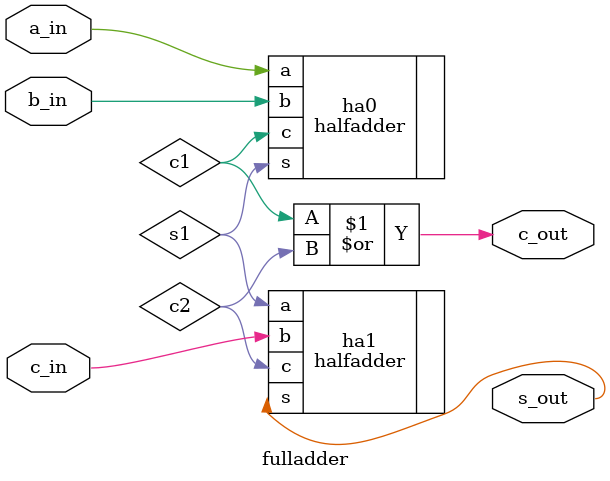
<source format=sv>
`timescale 1ns / 1ps


module fulladder(
    input a_in,
    input b_in,
    input c_in,
    output c_out,
    output s_out
    );
    wire c1, c2, s1;
    
    halfadder ha0(
        .a(a_in),
        .b(b_in),
        .c(c1),
        .s(s1)   
        );
        
    halfadder ha1(
        .a(s1),
        .b(c_in),
        .c(c2),
        .s(s_out)
        );
        
        
    assign c_out = c1 | c2;
    
 
    
endmodule

</source>
